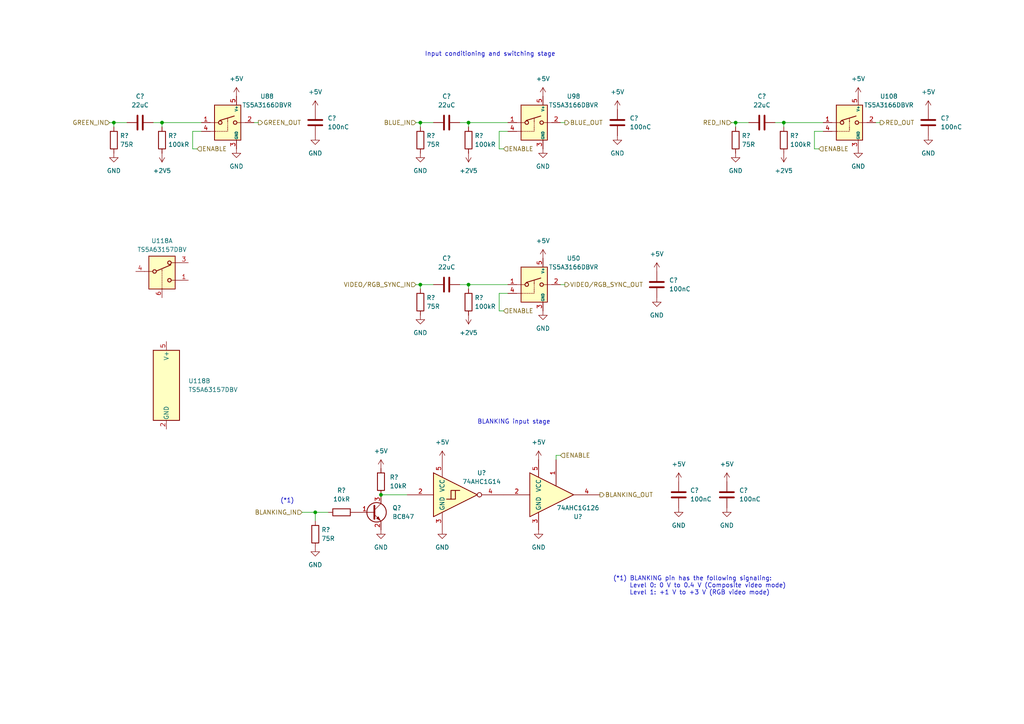
<source format=kicad_sch>
(kicad_sch (version 20230121) (generator eeschema)
  (paper "A4")
  (junction (at 227.33 35.56))
  (junction (at 46.99 35.56))
  (junction (at 33.02 35.56))
  (junction (at 135.89 35.56))
  (junction (at 135.89 82.55))
  (junction (at 91.44 148.59))
  (junction (at 121.92 82.55))
  (junction (at 121.92 35.56))
  (junction (at 213.36 35.56))
  (junction (at 110.49 143.51))
  (wire (pts (xy 135.89 35.56) (xy 147.32 35.56)))
  (wire (pts (xy 163.83 82.55) (xy 162.56 82.55)))
  (wire (pts (xy 120.65 82.55) (xy 121.92 82.55)))
  (wire (pts (xy 213.36 35.56) (xy 213.36 36.83)))
  (wire (pts (xy 55.88 38.1) (xy 58.42 38.1)))
  (wire (pts (xy 227.33 35.56) (xy 227.33 36.83)))
  (wire (pts (xy 135.89 82.55) (xy 135.89 83.82)))
  (wire (pts (xy 31.75 35.56) (xy 33.02 35.56)))
  (wire (pts (xy 110.49 143.51) (xy 118.11 143.51)))
  (wire (pts (xy 236.22 43.18) (xy 236.22 38.1)))
  (wire (pts (xy 133.35 82.55) (xy 135.89 82.55)))
  (wire (pts (xy 121.92 82.55) (xy 125.73 82.55)))
  (wire (pts (xy 95.25 148.59) (xy 91.44 148.59)))
  (wire (pts (xy 162.56 132.08) (xy 161.29 132.08)))
  (wire (pts (xy 121.92 35.56) (xy 125.73 35.56)))
  (wire (pts (xy 224.79 35.56) (xy 227.33 35.56)))
  (wire (pts (xy 46.99 35.56) (xy 46.99 36.83)))
  (wire (pts (xy 146.05 43.18) (xy 144.78 43.18)))
  (wire (pts (xy 74.93 35.56) (xy 73.66 35.56)))
  (wire (pts (xy 227.33 35.56) (xy 238.76 35.56)))
  (wire (pts (xy 121.92 35.56) (xy 121.92 36.83)))
  (wire (pts (xy 121.92 82.55) (xy 121.92 83.82)))
  (wire (pts (xy 212.09 35.56) (xy 213.36 35.56)))
  (wire (pts (xy 133.35 35.56) (xy 135.89 35.56)))
  (wire (pts (xy 255.27 35.56) (xy 254 35.56)))
  (wire (pts (xy 146.05 90.17) (xy 144.78 90.17)))
  (wire (pts (xy 135.89 35.56) (xy 135.89 36.83)))
  (wire (pts (xy 213.36 35.56) (xy 217.17 35.56)))
  (wire (pts (xy 236.22 38.1) (xy 238.76 38.1)))
  (wire (pts (xy 144.78 90.17) (xy 144.78 85.09)))
  (wire (pts (xy 44.45 35.56) (xy 46.99 35.56)))
  (wire (pts (xy 163.83 35.56) (xy 162.56 35.56)))
  (wire (pts (xy 33.02 35.56) (xy 36.83 35.56)))
  (wire (pts (xy 161.29 132.08) (xy 161.29 133.35)))
  (wire (pts (xy 87.63 148.59) (xy 91.44 148.59)))
  (wire (pts (xy 135.89 82.55) (xy 147.32 82.55)))
  (wire (pts (xy 120.65 35.56) (xy 121.92 35.56)))
  (wire (pts (xy 144.78 85.09) (xy 147.32 85.09)))
  (wire (pts (xy 237.49 43.18) (xy 236.22 43.18)))
  (wire (pts (xy 57.15 43.18) (xy 55.88 43.18)))
  (wire (pts (xy 46.99 35.56) (xy 58.42 35.56)))
  (wire (pts (xy 33.02 35.56) (xy 33.02 36.83)))
  (wire (pts (xy 144.78 38.1) (xy 147.32 38.1)))
  (wire (pts (xy 91.44 148.59) (xy 91.44 151.13)))
  (wire (pts (xy 144.78 43.18) (xy 144.78 38.1)))
  (wire (pts (xy 55.88 43.18) (xy 55.88 38.1)))
  (text "Input conditioning and switching stage" (at 123.19 16.51 0) (effects (font (size 1.27 1.27)) (justify left bottom)))
  (text "(*1)" (at 81.28 146.05 0) (effects (font (size 1.27 1.27)) (justify left bottom)))
  (text "(*1) BLANKING pin has the following signaling:\n	Level 0: 0 V to 0.4 V (Composite video mode)\n	Level 1: +1 V to +3 V (RGB video mode)" (at 177.8 172.72 0) (effects (font (size 1.27 1.27)) (justify left bottom)))
  (text "BLANKING input stage" (at 138.43 123.19 0) (effects (font (size 1.27 1.27)) (justify left bottom)))
  (hierarchical_label "RED_OUT" (shape output) (at 255.27 35.56 0))
  (hierarchical_label "RED_IN" (shape input) (at 212.09 35.56 180))
  (hierarchical_label "GREEN_OUT" (shape output) (at 74.93 35.56 0))
  (hierarchical_label "BLANKING_OUT" (shape output) (at 173.99 143.51 0))
  (hierarchical_label "ENABLE" (shape input) (at 146.05 43.18 0))
  (hierarchical_label "ENABLE" (shape input) (at 57.15 43.18 0))
  (hierarchical_label "ENABLE" (shape input) (at 162.56 132.08 0))
  (hierarchical_label "BLUE_OUT" (shape output) (at 163.83 35.56 0))
  (hierarchical_label "ENABLE" (shape input) (at 146.05 90.17 0))
  (hierarchical_label "BLANKING_IN" (shape input) (at 87.63 148.59 180))
  (hierarchical_label "ENABLE" (shape input) (at 237.49 43.18 0))
  (hierarchical_label "VIDEO{slash}RGB_SYNC_OUT" (shape output) (at 163.83 82.55 0))
  (hierarchical_label "GREEN_IN" (shape input) (at 31.75 35.56 180))
  (hierarchical_label "VIDEO{slash}RGB_SYNC_IN" (shape input) (at 120.65 82.55 180))
  (hierarchical_label "BLUE_IN" (shape input) (at 120.65 35.56 180))
  (symbol (lib_id "power:+5V") (at 110.49 135.89 0) (unit 1)
    (property "Reference" "#PWR?" (effects hide))
    (property "Value" "+5V" (at 110.49 130.81 0))
    (instances (project "SCART_switcher" (path "" (reference "#PWR?") (unit 1)) (path "" (reference "#PWR?") (unit 1)) (path "" (reference "#PWR?") (unit 1)) (path "" (reference "#PWR?") (unit 1)) (path "" (reference "#PWR?") (unit 1)) (path "" (reference "#PWR?") (unit 1)) (path "" (reference "#PWR?") (unit 1)) (path "" (reference "#PWR?") (unit 1)) (path "" (reference "#PWR?") (unit 1)) (path "" (reference "#PWR?") (unit 1)) (path "" (reference "#PWR0313") (unit 1)) (path "" (reference "#PWR0346") (unit 1)) (path "" (reference "#PWR0382") (unit 1)) (path "" (reference "#PWR0418") (unit 1)) (path "" (reference "#PWR0454") (unit 1)) (path "" (reference "#PWR0490") (unit 1)) (path "" (reference "#PWR0526") (unit 1)) (path "" (reference "#PWR0562") (unit 1)) (path "" (reference "#PWR0598") (unit 1)) (path "" (reference "#PWR0634") (unit 1))))
  )
  (symbol (lib_id "power:GND") (at 190.5 86.36 0) (unit 1)
    (property "Reference" "#PWR?" (effects hide))
    (property "Value" "GND" (at 190.5 91.44 0))
    (instances (project "SCART_switcher" (path "" (reference "#PWR?") (unit 1)) (path "" (reference "#PWR?") (unit 1)) (path "" (reference "#PWR?") (unit 1)) (path "" (reference "#PWR?") (unit 1)) (path "" (reference "#PWR?") (unit 1)) (path "" (reference "#PWR?") (unit 1)) (path "" (reference "#PWR?") (unit 1)) (path "" (reference "#PWR?") (unit 1)) (path "" (reference "#PWR?") (unit 1)) (path "" (reference "#PWR?") (unit 1)) (path "" (reference "#PWR0811") (unit 1)) (path "" (reference "#PWR0813") (unit 1)) (path "" (reference "#PWR0815") (unit 1)) (path "" (reference "#PWR0817") (unit 1)) (path "" (reference "#PWR0819") (unit 1)) (path "" (reference "#PWR0821") (unit 1)) (path "" (reference "#PWR0823") (unit 1)) (path "" (reference "#PWR0825") (unit 1)) (path "" (reference "#PWR0827") (unit 1)) (path "" (reference "#PWR0829") (unit 1))))
  )
  (symbol (lib_id "Device:R") (at 227.33 40.64 0) (unit 1)
    (property "Reference" "R?" (at 229.108 39.37 0) (effects (justify left)))
    (property "Value" "100kR" (at 229.108 41.91 0) (effects (justify left)))
    (property "Footprint" "Resistor_SMD:R_0805_2012Metric_Pad1.20x1.40mm_HandSolder" (effects hide))
    (instances (project "SCART_switcher" (path "" (reference "R?") (unit 1)) (path "" (reference "R?") (unit 1)) (path "" (reference "R?") (unit 1)) (path "" (reference "R?") (unit 1)) (path "" (reference "R?") (unit 1)) (path "" (reference "R?") (unit 1)) (path "" (reference "R?") (unit 1)) (path "" (reference "R?") (unit 1)) (path "" (reference "R?") (unit 1)) (path "" (reference "R?") (unit 1)) (path "" (reference "R?") (unit 1)) (path "" (reference "R?") (unit 1)) (path "" (reference "R?") (unit 1)) (path "" (reference "R?") (unit 1)) (path "" (reference "R?") (unit 1)) (path "" (reference "R?") (unit 1)) (path "" (reference "R?") (unit 1)) (path "" (reference "R?") (unit 1)) (path "" (reference "R?") (unit 1)) (path "" (reference "R?") (unit 1)) (path "" (reference "R97") (unit 1)) (path "" (reference "R123") (unit 1)) (path "" (reference "R147") (unit 1)) (path "" (reference "R171") (unit 1)) (path "" (reference "R195") (unit 1)) (path "" (reference "R219") (unit 1)) (path "" (reference "R243") (unit 1)) (path "" (reference "R267") (unit 1)) (path "" (reference "R291") (unit 1)) (path "" (reference "R315") (unit 1))))
  )
  (symbol (lib_id "power:GND") (at 248.92 43.18 0) (unit 1)
    (property "Reference" "#PWR?" (effects hide))
    (property "Value" "GND" (at 248.92 48.26 0))
    (instances (project "SCART_switcher" (path "" (reference "#PWR?") (unit 1)) (path "" (reference "#PWR?") (unit 1)) (path "" (reference "#PWR?") (unit 1)) (path "" (reference "#PWR?") (unit 1)) (path "" (reference "#PWR?") (unit 1)) (path "" (reference "#PWR?") (unit 1)) (path "" (reference "#PWR?") (unit 1)) (path "" (reference "#PWR?") (unit 1)) (path "" (reference "#PWR?") (unit 1)) (path "" (reference "#PWR?") (unit 1)) (path "" (reference "#PWR0646") (unit 1)) (path "" (reference "#PWR0647") (unit 1)) (path "" (reference "#PWR0672") (unit 1)) (path "" (reference "#PWR0673") (unit 1)) (path "" (reference "#PWR0674") (unit 1)) (path "" (reference "#PWR0675") (unit 1)) (path "" (reference "#PWR0676") (unit 1)) (path "" (reference "#PWR0677") (unit 1)) (path "" (reference "#PWR0678") (unit 1)) (path "" (reference "#PWR0679") (unit 1))))
  )
  (symbol (lib_id "Analog_Switch:TS5A3166DBVR") (at 246.38 35.56 0) (unit 1)
    (property "Reference" "U108" (at 257.81 27.94 0))
    (property "Value" "TS5A3166DBVR" (at 257.81 30.48 0))
    (property "Footprint" "Package_TO_SOT_SMD:SOT-23-5" (effects hide))
    (property "Datasheet" " http://www.ti.com/lit/ds/symlink/ts5a3166.pdf" (effects hide))
    (instances (project "SCART_switcher" (path "" (reference "U108") (unit 1)) (path "" (reference "U109") (unit 1)) (path "" (reference "U110") (unit 1)) (path "" (reference "U111") (unit 1)) (path "" (reference "U112") (unit 1)) (path "" (reference "U113") (unit 1)) (path "" (reference "U114") (unit 1)) (path "" (reference "U115") (unit 1)) (path "" (reference "U116") (unit 1)) (path "" (reference "U117") (unit 1))))
  )
  (symbol (lib_id "power:GND") (at 210.82 147.32 0) (unit 1)
    (property "Reference" "#PWR?" (effects hide))
    (property "Value" "GND" (at 210.82 152.4 0))
    (instances (project "SCART_switcher" (path "" (reference "#PWR?") (unit 1)) (path "" (reference "#PWR?") (unit 1)) (path "" (reference "#PWR?") (unit 1)) (path "" (reference "#PWR?") (unit 1)) (path "" (reference "#PWR?") (unit 1)) (path "" (reference "#PWR?") (unit 1)) (path "" (reference "#PWR?") (unit 1)) (path "" (reference "#PWR?") (unit 1)) (path "" (reference "#PWR?") (unit 1)) (path "" (reference "#PWR?") (unit 1)) (path "" (reference "#PWR0330") (unit 1)) (path "" (reference "#PWR0363") (unit 1)) (path "" (reference "#PWR0399") (unit 1)) (path "" (reference "#PWR0435") (unit 1)) (path "" (reference "#PWR0471") (unit 1)) (path "" (reference "#PWR0507") (unit 1)) (path "" (reference "#PWR0543") (unit 1)) (path "" (reference "#PWR0579") (unit 1)) (path "" (reference "#PWR0615") (unit 1)) (path "" (reference "#PWR0651") (unit 1))))
  )
  (symbol (lib_id "power:+2V5") (at 135.89 44.45 180) (unit 1)
    (property "Reference" "#PWR0335" (effects hide))
    (property "Value" "+2V5" (at 135.89 49.53 0))
    (instances (project "SCART_switcher" (path "" (reference "#PWR0335") (unit 1)) (path "" (reference "#PWR0466") (unit 1)) (path "" (reference "#PWR0467") (unit 1)) (path "" (reference "#PWR0500") (unit 1)) (path "" (reference "#PWR0501") (unit 1)) (path "" (reference "#PWR0502") (unit 1)) (path "" (reference "#PWR0503") (unit 1)) (path "" (reference "#PWR0536") (unit 1)) (path "" (reference "#PWR0537") (unit 1)) (path "" (reference "#PWR0538") (unit 1)) (path "" (reference "#PWR0539") (unit 1))))
  )
  (symbol (lib_id "power:GND") (at 110.49 153.67 0) (unit 1)
    (property "Reference" "#PWR?" (effects hide))
    (property "Value" "GND" (at 110.49 158.75 0))
    (instances (project "SCART_switcher" (path "" (reference "#PWR?") (unit 1)) (path "" (reference "#PWR?") (unit 1)) (path "" (reference "#PWR?") (unit 1)) (path "" (reference "#PWR?") (unit 1)) (path "" (reference "#PWR?") (unit 1)) (path "" (reference "#PWR?") (unit 1)) (path "" (reference "#PWR?") (unit 1)) (path "" (reference "#PWR?") (unit 1)) (path "" (reference "#PWR?") (unit 1)) (path "" (reference "#PWR?") (unit 1)) (path "" (reference "#PWR0314") (unit 1)) (path "" (reference "#PWR0347") (unit 1)) (path "" (reference "#PWR0383") (unit 1)) (path "" (reference "#PWR0419") (unit 1)) (path "" (reference "#PWR0455") (unit 1)) (path "" (reference "#PWR0491") (unit 1)) (path "" (reference "#PWR0527") (unit 1)) (path "" (reference "#PWR0563") (unit 1)) (path "" (reference "#PWR0599") (unit 1)) (path "" (reference "#PWR0635") (unit 1))))
  )
  (symbol (lib_id "Device:C") (at 190.5 82.55 0) (unit 1)
    (property "Reference" "C?" (at 194.056 81.28 0) (effects (justify left)))
    (property "Value" "100nC" (at 194.056 83.82 0) (effects (justify left)))
    (property "Footprint" "Capacitor_SMD:C_0805_2012Metric_Pad1.18x1.45mm_HandSolder" (effects hide))
    (property "Datasheet" "https://datasheet.lcsc.com/lcsc/1810191215_Samsung-Electro-Mechanics-CL21B104KBCNNNC_C1711.pdf" (effects hide))
    (property "MPN" "CL21B104KBCNNNC" (effects hide))
    (instances (project "SCART_switcher" (path "" (reference "C?") (unit 1)) (path "" (reference "C?") (unit 1)) (path "" (reference "C?") (unit 1)) (path "" (reference "C?") (unit 1)) (path "" (reference "C?") (unit 1)) (path "" (reference "C?") (unit 1)) (path "" (reference "C?") (unit 1)) (path "" (reference "C?") (unit 1)) (path "" (reference "C?") (unit 1)) (path "" (reference "C?") (unit 1)) (path "" (reference "C188") (unit 1)) (path "" (reference "C189") (unit 1)) (path "" (reference "C190") (unit 1)) (path "" (reference "C191") (unit 1)) (path "" (reference "C192") (unit 1)) (path "" (reference "C193") (unit 1)) (path "" (reference "C194") (unit 1)) (path "" (reference "C195") (unit 1)) (path "" (reference "C196") (unit 1)) (path "" (reference "C197") (unit 1))))
  )
  (symbol (lib_id "power:+5V") (at 196.85 139.7 0) (unit 1)
    (property "Reference" "#PWR?" (effects hide))
    (property "Value" "+5V" (at 196.85 134.62 0))
    (instances (project "SCART_switcher" (path "" (reference "#PWR?") (unit 1)) (path "" (reference "#PWR?") (unit 1)) (path "" (reference "#PWR?") (unit 1)) (path "" (reference "#PWR?") (unit 1)) (path "" (reference "#PWR?") (unit 1)) (path "" (reference "#PWR?") (unit 1)) (path "" (reference "#PWR?") (unit 1)) (path "" (reference "#PWR?") (unit 1)) (path "" (reference "#PWR?") (unit 1)) (path "" (reference "#PWR?") (unit 1)) (path "" (reference "#PWR0327") (unit 1)) (path "" (reference "#PWR0360") (unit 1)) (path "" (reference "#PWR0396") (unit 1)) (path "" (reference "#PWR0432") (unit 1)) (path "" (reference "#PWR0468") (unit 1)) (path "" (reference "#PWR0504") (unit 1)) (path "" (reference "#PWR0540") (unit 1)) (path "" (reference "#PWR0576") (unit 1)) (path "" (reference "#PWR0612") (unit 1)) (path "" (reference "#PWR0648") (unit 1))))
  )
  (symbol (lib_id "Device:C") (at 40.64 35.56 90) (unit 1)
    (property "Reference" "C?" (at 40.64 27.94 90))
    (property "Value" "22uC" (at 40.64 30.48 90))
    (instances (project "SCART_switcher" (path "" (reference "C?") (unit 1)) (path "" (reference "C?") (unit 1)) (path "" (reference "C?") (unit 1)) (path "" (reference "C?") (unit 1)) (path "" (reference "C?") (unit 1)) (path "" (reference "C?") (unit 1)) (path "" (reference "C?") (unit 1)) (path "" (reference "C?") (unit 1)) (path "" (reference "C?") (unit 1)) (path "" (reference "C?") (unit 1)) (path "" (reference "C?") (unit 1)) (path "" (reference "C?") (unit 1)) (path "" (reference "C?") (unit 1)) (path "" (reference "C?") (unit 1)) (path "" (reference "C?") (unit 1)) (path "" (reference "C?") (unit 1)) (path "" (reference "C?") (unit 1)) (path "" (reference "C?") (unit 1)) (path "" (reference "C?") (unit 1)) (path "" (reference "C?") (unit 1)) (path "" (reference "C42") (unit 1)) (path "" (reference "C60") (unit 1)) (path "" (reference "C71") (unit 1)) (path "" (reference "C82") (unit 1)) (path "" (reference "C93") (unit 1)) (path "" (reference "C104") (unit 1)) (path "" (reference "C115") (unit 1)) (path "" (reference "C126") (unit 1)) (path "" (reference "C137") (unit 1)) (path "" (reference "C148") (unit 1))))
  )
  (symbol (lib_id "Analog_Switch:TS5A3166DBVR") (at 154.94 82.55 0) (unit 1)
    (property "Reference" "U50" (at 166.37 74.93 0))
    (property "Value" "TS5A3166DBVR" (at 166.37 77.47 0))
    (property "Footprint" "Package_TO_SOT_SMD:SOT-23-5" (effects hide))
    (property "Datasheet" " http://www.ti.com/lit/ds/symlink/ts5a3166.pdf" (effects hide))
    (instances (project "SCART_switcher" (path "" (reference "U50") (unit 1)) (path "" (reference "U54") (unit 1)) (path "" (reference "U58") (unit 1)) (path "" (reference "U62") (unit 1)) (path "" (reference "U66") (unit 1)) (path "" (reference "U70") (unit 1)) (path "" (reference "U74") (unit 1)) (path "" (reference "U78") (unit 1)) (path "" (reference "U82") (unit 1)) (path "" (reference "U86") (unit 1))))
  )
  (symbol (lib_id "power:GND") (at 157.48 90.17 0) (unit 1)
    (property "Reference" "#PWR?" (effects hide))
    (property "Value" "GND" (at 157.48 95.25 0))
    (instances (project "SCART_switcher" (path "" (reference "#PWR?") (unit 1)) (path "" (reference "#PWR?") (unit 1)) (path "" (reference "#PWR?") (unit 1)) (path "" (reference "#PWR?") (unit 1)) (path "" (reference "#PWR?") (unit 1)) (path "" (reference "#PWR?") (unit 1)) (path "" (reference "#PWR?") (unit 1)) (path "" (reference "#PWR?") (unit 1)) (path "" (reference "#PWR?") (unit 1)) (path "" (reference "#PWR?") (unit 1)) (path "" (reference "#PWR0700") (unit 1)) (path "" (reference "#PWR0701") (unit 1)) (path "" (reference "#PWR0702") (unit 1)) (path "" (reference "#PWR0703") (unit 1)) (path "" (reference "#PWR0704") (unit 1)) (path "" (reference "#PWR0705") (unit 1)) (path "" (reference "#PWR0706") (unit 1)) (path "" (reference "#PWR0707") (unit 1)) (path "" (reference "#PWR0708") (unit 1)) (path "" (reference "#PWR0709") (unit 1))))
  )
  (symbol (lib_id "Device:R") (at 110.49 139.7 0) (unit 1)
    (property "Reference" "R?" (at 113.03 138.43 0) (effects (justify left)))
    (property "Value" "10kR" (at 113.03 140.97 0) (effects (justify left)))
    (property "Footprint" "Resistor_SMD:R_0805_2012Metric_Pad1.20x1.40mm_HandSolder" (effects hide))
    (instances (project "SCART_switcher" (path "" (reference "R?") (unit 1)) (path "" (reference "R?") (unit 1)) (path "" (reference "R?") (unit 1)) (path "" (reference "R?") (unit 1)) (path "" (reference "R?") (unit 1)) (path "" (reference "R?") (unit 1)) (path "" (reference "R?") (unit 1)) (path "" (reference "R?") (unit 1)) (path "" (reference "R?") (unit 1)) (path "" (reference "R?") (unit 1)) (path "" (reference "R89") (unit 1)) (path "" (reference "R115") (unit 1)) (path "" (reference "R139") (unit 1)) (path "" (reference "R163") (unit 1)) (path "" (reference "R187") (unit 1)) (path "" (reference "R211") (unit 1)) (path "" (reference "R235") (unit 1)) (path "" (reference "R259") (unit 1)) (path "" (reference "R283") (unit 1)) (path "" (reference "R307") (unit 1))))
  )
  (symbol (lib_id "Device:C") (at 269.24 35.56 0) (unit 1)
    (property "Reference" "C?" (at 272.796 34.29 0) (effects (justify left)))
    (property "Value" "100nC" (at 272.796 36.83 0) (effects (justify left)))
    (property "Footprint" "Capacitor_SMD:C_0805_2012Metric_Pad1.18x1.45mm_HandSolder" (effects hide))
    (property "Datasheet" "https://datasheet.lcsc.com/lcsc/1810191215_Samsung-Electro-Mechanics-CL21B104KBCNNNC_C1711.pdf" (effects hide))
    (property "MPN" "CL21B104KBCNNNC" (effects hide))
    (instances (project "SCART_switcher" (path "" (reference "C?") (unit 1)) (path "" (reference "C?") (unit 1)) (path "" (reference "C?") (unit 1)) (path "" (reference "C?") (unit 1)) (path "" (reference "C?") (unit 1)) (path "" (reference "C?") (unit 1)) (path "" (reference "C?") (unit 1)) (path "" (reference "C?") (unit 1)) (path "" (reference "C?") (unit 1)) (path "" (reference "C?") (unit 1)) (path "" (reference "C178") (unit 1)) (path "" (reference "C179") (unit 1)) (path "" (reference "C180") (unit 1)) (path "" (reference "C181") (unit 1)) (path "" (reference "C182") (unit 1)) (path "" (reference "C183") (unit 1)) (path "" (reference "C184") (unit 1)) (path "" (reference "C185") (unit 1)) (path "" (reference "C186") (unit 1)) (path "" (reference "C187") (unit 1))))
  )
  (symbol (lib_id "Device:C") (at 91.44 35.56 0) (unit 1)
    (property "Reference" "C?" (at 94.996 34.29 0) (effects (justify left)))
    (property "Value" "100nC" (at 94.996 36.83 0) (effects (justify left)))
    (property "Footprint" "Capacitor_SMD:C_0805_2012Metric_Pad1.18x1.45mm_HandSolder" (effects hide))
    (property "Datasheet" "https://datasheet.lcsc.com/lcsc/1810191215_Samsung-Electro-Mechanics-CL21B104KBCNNNC_C1711.pdf" (effects hide))
    (property "MPN" "CL21B104KBCNNNC" (effects hide))
    (instances (project "SCART_switcher" (path "" (reference "C?") (unit 1)) (path "" (reference "C?") (unit 1)) (path "" (reference "C?") (unit 1)) (path "" (reference "C?") (unit 1)) (path "" (reference "C?") (unit 1)) (path "" (reference "C?") (unit 1)) (path "" (reference "C?") (unit 1)) (path "" (reference "C?") (unit 1)) (path "" (reference "C?") (unit 1)) (path "" (reference "C?") (unit 1)) (path "" (reference "C158") (unit 1)) (path "" (reference "C159") (unit 1)) (path "" (reference "C160") (unit 1)) (path "" (reference "C161") (unit 1)) (path "" (reference "C162") (unit 1)) (path "" (reference "C163") (unit 1)) (path "" (reference "C164") (unit 1)) (path "" (reference "C165") (unit 1)) (path "" (reference "C166") (unit 1)) (path "" (reference "C167") (unit 1))))
  )
  (symbol (lib_id "Device:R") (at 33.02 40.64 0) (unit 1)
    (property "Reference" "R?" (at 34.798 39.37 0) (effects (justify left)))
    (property "Value" "75R" (at 34.798 41.91 0) (effects (justify left)))
    (property "Footprint" "Resistor_SMD:R_1210_3225Metric_Pad1.30x2.65mm_HandSolder" (effects hide))
    (instances (project "SCART_switcher" (path "" (reference "R?") (unit 1)) (path "" (reference "R?") (unit 1)) (path "" (reference "R?") (unit 1)) (path "" (reference "R?") (unit 1)) (path "" (reference "R?") (unit 1)) (path "" (reference "R?") (unit 1)) (path "" (reference "R?") (unit 1)) (path "" (reference "R?") (unit 1)) (path "" (reference "R?") (unit 1)) (path "" (reference "R?") (unit 1)) (path "" (reference "R91") (unit 1)) (path "" (reference "R117") (unit 1)) (path "" (reference "R141") (unit 1)) (path "" (reference "R165") (unit 1)) (path "" (reference "R189") (unit 1)) (path "" (reference "R213") (unit 1)) (path "" (reference "R237") (unit 1)) (path "" (reference "R261") (unit 1)) (path "" (reference "R285") (unit 1)) (path "" (reference "R309") (unit 1))))
  )
  (symbol (lib_id "power:GND") (at 121.92 44.45 0) (unit 1)
    (property "Reference" "#PWR?" (effects hide))
    (property "Value" "GND" (at 121.92 49.53 0))
    (instances (project "SCART_switcher" (path "" (reference "#PWR?") (unit 1)) (path "" (reference "#PWR?") (unit 1)) (path "" (reference "#PWR?") (unit 1)) (path "" (reference "#PWR?") (unit 1)) (path "" (reference "#PWR?") (unit 1)) (path "" (reference "#PWR?") (unit 1)) (path "" (reference "#PWR?") (unit 1)) (path "" (reference "#PWR?") (unit 1)) (path "" (reference "#PWR?") (unit 1)) (path "" (reference "#PWR?") (unit 1)) (path "" (reference "#PWR0321") (unit 1)) (path "" (reference "#PWR0354") (unit 1)) (path "" (reference "#PWR0390") (unit 1)) (path "" (reference "#PWR0426") (unit 1)) (path "" (reference "#PWR0462") (unit 1)) (path "" (reference "#PWR0498") (unit 1)) (path "" (reference "#PWR0534") (unit 1)) (path "" (reference "#PWR0570") (unit 1)) (path "" (reference "#PWR0606") (unit 1)) (path "" (reference "#PWR0642") (unit 1))))
  )
  (symbol (lib_id "power:GND") (at 269.24 39.37 0) (unit 1)
    (property "Reference" "#PWR?" (effects hide))
    (property "Value" "GND" (at 269.24 44.45 0))
    (instances (project "SCART_switcher" (path "" (reference "#PWR?") (unit 1)) (path "" (reference "#PWR?") (unit 1)) (path "" (reference "#PWR?") (unit 1)) (path "" (reference "#PWR?") (unit 1)) (path "" (reference "#PWR?") (unit 1)) (path "" (reference "#PWR?") (unit 1)) (path "" (reference "#PWR?") (unit 1)) (path "" (reference "#PWR?") (unit 1)) (path "" (reference "#PWR?") (unit 1)) (path "" (reference "#PWR?") (unit 1)) (path "" (reference "#PWR0791") (unit 1)) (path "" (reference "#PWR0793") (unit 1)) (path "" (reference "#PWR0795") (unit 1)) (path "" (reference "#PWR0797") (unit 1)) (path "" (reference "#PWR0799") (unit 1)) (path "" (reference "#PWR0801") (unit 1)) (path "" (reference "#PWR0803") (unit 1)) (path "" (reference "#PWR0805") (unit 1)) (path "" (reference "#PWR0807") (unit 1)) (path "" (reference "#PWR0809") (unit 1))))
  )
  (symbol (lib_id "Analog_Switch:TS5A63157DBV") (at 48.26 111.76 0) (unit 2)
    (property "Reference" "U118" (at 54.61 110.49 0) (effects (justify left)))
    (property "Value" "TS5A63157DBV" (at 54.61 113.03 0) (effects (justify left)))
    (property "Footprint" "Package_TO_SOT_SMD:SOT-23-6" (effects hide))
    (property "Datasheet" "https://www.ti.com/lit/ds/symlink/ts5a63157.pdf" (effects hide))
    (instances (project "SCART_switcher" (path "" (reference "U118") (unit 2)) (path "" (reference "U119") (unit 2)) (path "" (reference "U120") (unit 2)) (path "" (reference "U121") (unit 2)) (path "" (reference "U122") (unit 2)) (path "" (reference "U123") (unit 2)) (path "" (reference "U124") (unit 2)) (path "" (reference "U125") (unit 2)) (path "" (reference "U126") (unit 2)) (path "" (reference "U127") (unit 2))))
  )
  (symbol (lib_id "Device:R") (at 91.44 154.94 0) (unit 1)
    (property "Reference" "R?" (at 93.218 153.67 0) (effects (justify left)))
    (property "Value" "75R" (at 93.218 156.21 0) (effects (justify left)))
    (property "Footprint" "Resistor_SMD:R_1210_3225Metric_Pad1.30x2.65mm_HandSolder" (effects hide))
    (instances (project "SCART_switcher" (path "" (reference "R?") (unit 1)) (path "" (reference "R?") (unit 1)) (path "" (reference "R?") (unit 1)) (path "" (reference "R?") (unit 1)) (path "" (reference "R?") (unit 1)) (path "" (reference "R?") (unit 1)) (path "" (reference "R?") (unit 1)) (path "" (reference "R?") (unit 1)) (path "" (reference "R?") (unit 1)) (path "" (reference "R?") (unit 1)) (path "" (reference "R87") (unit 1)) (path "" (reference "R113") (unit 1)) (path "" (reference "R137") (unit 1)) (path "" (reference "R161") (unit 1)) (path "" (reference "R185") (unit 1)) (path "" (reference "R209") (unit 1)) (path "" (reference "R233") (unit 1)) (path "" (reference "R257") (unit 1)) (path "" (reference "R281") (unit 1)) (path "" (reference "R305") (unit 1))))
  )
  (symbol (lib_id "Analog_Switch:TS5A3166DBVR") (at 154.94 35.56 0) (unit 1)
    (property "Reference" "U98" (at 166.37 27.94 0))
    (property "Value" "TS5A3166DBVR" (at 166.37 30.48 0))
    (property "Footprint" "Package_TO_SOT_SMD:SOT-23-5" (effects hide))
    (property "Datasheet" " http://www.ti.com/lit/ds/symlink/ts5a3166.pdf" (effects hide))
    (instances (project "SCART_switcher" (path "" (reference "U98") (unit 1)) (path "" (reference "U99") (unit 1)) (path "" (reference "U100") (unit 1)) (path "" (reference "U101") (unit 1)) (path "" (reference "U102") (unit 1)) (path "" (reference "U103") (unit 1)) (path "" (reference "U104") (unit 1)) (path "" (reference "U105") (unit 1)) (path "" (reference "U106") (unit 1)) (path "" (reference "U107") (unit 1))))
  )
  (symbol (lib_id "power:GND") (at 33.02 44.45 0) (unit 1)
    (property "Reference" "#PWR?" (effects hide))
    (property "Value" "GND" (at 33.02 49.53 0))
    (instances (project "SCART_switcher" (path "" (reference "#PWR?") (unit 1)) (path "" (reference "#PWR?") (unit 1)) (path "" (reference "#PWR?") (unit 1)) (path "" (reference "#PWR?") (unit 1)) (path "" (reference "#PWR?") (unit 1)) (path "" (reference "#PWR?") (unit 1)) (path "" (reference "#PWR?") (unit 1)) (path "" (reference "#PWR?") (unit 1)) (path "" (reference "#PWR?") (unit 1)) (path "" (reference "#PWR?") (unit 1)) (path "" (reference "#PWR0320") (unit 1)) (path "" (reference "#PWR0353") (unit 1)) (path "" (reference "#PWR0389") (unit 1)) (path "" (reference "#PWR0425") (unit 1)) (path "" (reference "#PWR0461") (unit 1)) (path "" (reference "#PWR0497") (unit 1)) (path "" (reference "#PWR0533") (unit 1)) (path "" (reference "#PWR0569") (unit 1)) (path "" (reference "#PWR0605") (unit 1)) (path "" (reference "#PWR0641") (unit 1))))
  )
  (symbol (lib_id "Analog_Switch:TS5A63157DBV") (at 46.99 76.2 0) (unit 1)
    (property "Reference" "U118" (at 46.99 69.85 0))
    (property "Value" "TS5A63157DBV" (at 46.99 72.39 0))
    (property "Footprint" "Package_TO_SOT_SMD:SOT-23-6" (effects hide))
    (property "Datasheet" "https://www.ti.com/lit/ds/symlink/ts5a63157.pdf" (effects hide))
    (instances (project "SCART_switcher" (path "" (reference "U118") (unit 1)) (path "" (reference "U119") (unit 1)) (path "" (reference "U120") (unit 1)) (path "" (reference "U121") (unit 1)) (path "" (reference "U122") (unit 1)) (path "" (reference "U123") (unit 1)) (path "" (reference "U124") (unit 1)) (path "" (reference "U125") (unit 1)) (path "" (reference "U126") (unit 1)) (path "" (reference "U127") (unit 1))))
  )
  (symbol (lib_id "power:+5V") (at 68.58 27.94 0) (unit 1)
    (property "Reference" "#PWR?" (effects hide))
    (property "Value" "+5V" (at 68.58 22.86 0))
    (instances (project "SCART_switcher" (path "" (reference "#PWR?") (unit 1)) (path "" (reference "#PWR?") (unit 1)) (path "" (reference "#PWR?") (unit 1)) (path "" (reference "#PWR?") (unit 1)) (path "" (reference "#PWR?") (unit 1)) (path "" (reference "#PWR?") (unit 1)) (path "" (reference "#PWR?") (unit 1)) (path "" (reference "#PWR?") (unit 1)) (path "" (reference "#PWR?") (unit 1)) (path "" (reference "#PWR?") (unit 1)) (path "" (reference "#PWR0710") (unit 1)) (path "" (reference "#PWR0711") (unit 1)) (path "" (reference "#PWR0712") (unit 1)) (path "" (reference "#PWR0713") (unit 1)) (path "" (reference "#PWR0714") (unit 1)) (path "" (reference "#PWR0715") (unit 1)) (path "" (reference "#PWR0716") (unit 1)) (path "" (reference "#PWR0717") (unit 1)) (path "" (reference "#PWR0718") (unit 1)) (path "" (reference "#PWR0719") (unit 1))))
  )
  (symbol (lib_id "power:+2V5") (at 227.33 44.45 180) (unit 1)
    (property "Reference" "#PWR0335" (effects hide))
    (property "Value" "+2V5" (at 227.33 49.53 0))
    (instances (project "SCART_switcher" (path "" (reference "#PWR0335") (unit 1)) (path "" (reference "#PWR0572") (unit 1)) (path "" (reference "#PWR0573") (unit 1)) (path "" (reference "#PWR0574") (unit 1)) (path "" (reference "#PWR0575") (unit 1)) (path "" (reference "#PWR0608") (unit 1)) (path "" (reference "#PWR0609") (unit 1)) (path "" (reference "#PWR0610") (unit 1)) (path "" (reference "#PWR0611") (unit 1)) (path "" (reference "#PWR0644") (unit 1)) (path "" (reference "#PWR0645") (unit 1))))
  )
  (symbol (lib_id "power:+5V") (at 156.21 133.35 0) (unit 1)
    (property "Reference" "#PWR?" (effects hide))
    (property "Value" "+5V" (at 156.21 128.27 0))
    (instances (project "SCART_switcher" (path "" (reference "#PWR?") (unit 1)) (path "" (reference "#PWR?") (unit 1)) (path "" (reference "#PWR?") (unit 1)) (path "" (reference "#PWR?") (unit 1)) (path "" (reference "#PWR?") (unit 1)) (path "" (reference "#PWR?") (unit 1)) (path "" (reference "#PWR?") (unit 1)) (path "" (reference "#PWR?") (unit 1)) (path "" (reference "#PWR?") (unit 1)) (path "" (reference "#PWR?") (unit 1)) (path "" (reference "#PWR0317") (unit 1)) (path "" (reference "#PWR0350") (unit 1)) (path "" (reference "#PWR0386") (unit 1)) (path "" (reference "#PWR0422") (unit 1)) (path "" (reference "#PWR0458") (unit 1)) (path "" (reference "#PWR0494") (unit 1)) (path "" (reference "#PWR0530") (unit 1)) (path "" (reference "#PWR0566") (unit 1)) (path "" (reference "#PWR0602") (unit 1)) (path "" (reference "#PWR0638") (unit 1))))
  )
  (symbol (lib_id "power:GND") (at 128.27 153.67 0) (unit 1)
    (property "Reference" "#PWR?" (effects hide))
    (property "Value" "GND" (at 128.27 158.75 0))
    (instances (project "SCART_switcher" (path "" (reference "#PWR?") (unit 1)) (path "" (reference "#PWR?") (unit 1)) (path "" (reference "#PWR?") (unit 1)) (path "" (reference "#PWR?") (unit 1)) (path "" (reference "#PWR?") (unit 1)) (path "" (reference "#PWR?") (unit 1)) (path "" (reference "#PWR?") (unit 1)) (path "" (reference "#PWR?") (unit 1)) (path "" (reference "#PWR?") (unit 1)) (path "" (reference "#PWR?") (unit 1)) (path "" (reference "#PWR0316") (unit 1)) (path "" (reference "#PWR0349") (unit 1)) (path "" (reference "#PWR0385") (unit 1)) (path "" (reference "#PWR0421") (unit 1)) (path "" (reference "#PWR0457") (unit 1)) (path "" (reference "#PWR0493") (unit 1)) (path "" (reference "#PWR0529") (unit 1)) (path "" (reference "#PWR0565") (unit 1)) (path "" (reference "#PWR0601") (unit 1)) (path "" (reference "#PWR0637") (unit 1))))
  )
  (symbol (lib_id "Device:R") (at 121.92 40.64 0) (unit 1)
    (property "Reference" "R?" (at 123.698 39.37 0) (effects (justify left)))
    (property "Value" "75R" (at 123.698 41.91 0) (effects (justify left)))
    (property "Footprint" "Resistor_SMD:R_1210_3225Metric_Pad1.30x2.65mm_HandSolder" (effects hide))
    (instances (project "SCART_switcher" (path "" (reference "R?") (unit 1)) (path "" (reference "R?") (unit 1)) (path "" (reference "R?") (unit 1)) (path "" (reference "R?") (unit 1)) (path "" (reference "R?") (unit 1)) (path "" (reference "R?") (unit 1)) (path "" (reference "R?") (unit 1)) (path "" (reference "R?") (unit 1)) (path "" (reference "R?") (unit 1)) (path "" (reference "R?") (unit 1)) (path "" (reference "R92") (unit 1)) (path "" (reference "R118") (unit 1)) (path "" (reference "R142") (unit 1)) (path "" (reference "R166") (unit 1)) (path "" (reference "R190") (unit 1)) (path "" (reference "R214") (unit 1)) (path "" (reference "R238") (unit 1)) (path "" (reference "R262") (unit 1)) (path "" (reference "R286") (unit 1)) (path "" (reference "R310") (unit 1))))
  )
  (symbol (lib_id "Device:R") (at 135.89 87.63 0) (unit 1)
    (property "Reference" "R?" (at 137.668 86.36 0) (effects (justify left)))
    (property "Value" "100kR" (at 137.668 88.9 0) (effects (justify left)))
    (property "Footprint" "Resistor_SMD:R_0805_2012Metric_Pad1.20x1.40mm_HandSolder" (effects hide))
    (instances (project "SCART_switcher" (path "" (reference "R?") (unit 1)) (path "" (reference "R?") (unit 1)) (path "" (reference "R?") (unit 1)) (path "" (reference "R?") (unit 1)) (path "" (reference "R?") (unit 1)) (path "" (reference "R?") (unit 1)) (path "" (reference "R?") (unit 1)) (path "" (reference "R?") (unit 1)) (path "" (reference "R?") (unit 1)) (path "" (reference "R?") (unit 1)) (path "" (reference "R?") (unit 1)) (path "" (reference "R?") (unit 1)) (path "" (reference "R?") (unit 1)) (path "" (reference "R?") (unit 1)) (path "" (reference "R?") (unit 1)) (path "" (reference "R?") (unit 1)) (path "" (reference "R?") (unit 1)) (path "" (reference "R?") (unit 1)) (path "" (reference "R?") (unit 1)) (path "" (reference "R?") (unit 1)) (path "" (reference "R94") (unit 1)) (path "" (reference "R120") (unit 1)) (path "" (reference "R144") (unit 1)) (path "" (reference "R168") (unit 1)) (path "" (reference "R192") (unit 1)) (path "" (reference "R216") (unit 1)) (path "" (reference "R240") (unit 1)) (path "" (reference "R264") (unit 1)) (path "" (reference "R288") (unit 1)) (path "" (reference "R312") (unit 1))))
  )
  (symbol (lib_id "power:+5V") (at 157.48 74.93 0) (unit 1)
    (property "Reference" "#PWR?" (effects hide))
    (property "Value" "+5V" (at 157.48 69.85 0))
    (instances (project "SCART_switcher" (path "" (reference "#PWR?") (unit 1)) (path "" (reference "#PWR?") (unit 1)) (path "" (reference "#PWR?") (unit 1)) (path "" (reference "#PWR?") (unit 1)) (path "" (reference "#PWR?") (unit 1)) (path "" (reference "#PWR?") (unit 1)) (path "" (reference "#PWR?") (unit 1)) (path "" (reference "#PWR?") (unit 1)) (path "" (reference "#PWR?") (unit 1)) (path "" (reference "#PWR?") (unit 1)) (path "" (reference "#PWR0730") (unit 1)) (path "" (reference "#PWR0731") (unit 1)) (path "" (reference "#PWR0732") (unit 1)) (path "" (reference "#PWR0733") (unit 1)) (path "" (reference "#PWR0734") (unit 1)) (path "" (reference "#PWR0735") (unit 1)) (path "" (reference "#PWR0736") (unit 1)) (path "" (reference "#PWR0737") (unit 1)) (path "" (reference "#PWR0738") (unit 1)) (path "" (reference "#PWR0739") (unit 1))))
  )
  (symbol (lib_id "Device:C") (at 179.07 35.56 0) (unit 1)
    (property "Reference" "C?" (at 182.626 34.29 0) (effects (justify left)))
    (property "Value" "100nC" (at 182.626 36.83 0) (effects (justify left)))
    (property "Footprint" "Capacitor_SMD:C_0805_2012Metric_Pad1.18x1.45mm_HandSolder" (effects hide))
    (property "Datasheet" "https://datasheet.lcsc.com/lcsc/1810191215_Samsung-Electro-Mechanics-CL21B104KBCNNNC_C1711.pdf" (effects hide))
    (property "MPN" "CL21B104KBCNNNC" (effects hide))
    (instances (project "SCART_switcher" (path "" (reference "C?") (unit 1)) (path "" (reference "C?") (unit 1)) (path "" (reference "C?") (unit 1)) (path "" (reference "C?") (unit 1)) (path "" (reference "C?") (unit 1)) (path "" (reference "C?") (unit 1)) (path "" (reference "C?") (unit 1)) (path "" (reference "C?") (unit 1)) (path "" (reference "C?") (unit 1)) (path "" (reference "C?") (unit 1)) (path "" (reference "C168") (unit 1)) (path "" (reference "C169") (unit 1)) (path "" (reference "C170") (unit 1)) (path "" (reference "C171") (unit 1)) (path "" (reference "C172") (unit 1)) (path "" (reference "C173") (unit 1)) (path "" (reference "C174") (unit 1)) (path "" (reference "C175") (unit 1)) (path "" (reference "C176") (unit 1)) (path "" (reference "C177") (unit 1))))
  )
  (symbol (lib_id "power:+5V") (at 210.82 139.7 0) (unit 1)
    (property "Reference" "#PWR?" (effects hide))
    (property "Value" "+5V" (at 210.82 134.62 0))
    (instances (project "SCART_switcher" (path "" (reference "#PWR?") (unit 1)) (path "" (reference "#PWR?") (unit 1)) (path "" (reference "#PWR?") (unit 1)) (path "" (reference "#PWR?") (unit 1)) (path "" (reference "#PWR?") (unit 1)) (path "" (reference "#PWR?") (unit 1)) (path "" (reference "#PWR?") (unit 1)) (path "" (reference "#PWR?") (unit 1)) (path "" (reference "#PWR?") (unit 1)) (path "" (reference "#PWR?") (unit 1)) (path "" (reference "#PWR0329") (unit 1)) (path "" (reference "#PWR0362") (unit 1)) (path "" (reference "#PWR0398") (unit 1)) (path "" (reference "#PWR0434") (unit 1)) (path "" (reference "#PWR0470") (unit 1)) (path "" (reference "#PWR0506") (unit 1)) (path "" (reference "#PWR0542") (unit 1)) (path "" (reference "#PWR0578") (unit 1)) (path "" (reference "#PWR0614") (unit 1)) (path "" (reference "#PWR0650") (unit 1))))
  )
  (symbol (lib_id "Device:C") (at 196.85 143.51 0) (unit 1)
    (property "Reference" "C?" (at 200.152 142.24 0) (effects (justify left)))
    (property "Value" "100nC" (at 200.152 144.78 0) (effects (justify left)))
    (property "Footprint" "Capacitor_SMD:C_0805_2012Metric_Pad1.18x1.45mm_HandSolder" (effects hide))
    (property "Datasheet" "https://datasheet.lcsc.com/lcsc/1810191215_Samsung-Electro-Mechanics-CL21B104KBCNNNC_C1711.pdf" (effects hide))
    (property "MPN" "CL21B104KBCNNNC" (effects hide))
    (instances (project "SCART_switcher" (path "" (reference "C?") (unit 1)) (path "" (reference "C?") (unit 1)) (path "" (reference "C?") (unit 1)) (path "" (reference "C?") (unit 1)) (path "" (reference "C?") (unit 1)) (path "" (reference "C?") (unit 1)) (path "" (reference "C?") (unit 1)) (path "" (reference "C?") (unit 1)) (path "" (reference "C?") (unit 1)) (path "" (reference "C?") (unit 1)) (path "" (reference "C?") (unit 1)) (path "" (reference "C45") (unit 1)) (path "" (reference "C63") (unit 1)) (path "" (reference "C74") (unit 1)) (path "" (reference "C85") (unit 1)) (path "" (reference "C96") (unit 1)) (path "" (reference "C107") (unit 1)) (path "" (reference "C118") (unit 1)) (path "" (reference "C129") (unit 1)) (path "" (reference "C140") (unit 1)) (path "" (reference "C151") (unit 1))))
  )
  (symbol (lib_id "power:+5V") (at 179.07 31.75 0) (unit 1)
    (property "Reference" "#PWR?" (effects hide))
    (property "Value" "+5V" (at 179.07 26.67 0))
    (instances (project "SCART_switcher" (path "" (reference "#PWR?") (unit 1)) (path "" (reference "#PWR?") (unit 1)) (path "" (reference "#PWR?") (unit 1)) (path "" (reference "#PWR?") (unit 1)) (path "" (reference "#PWR?") (unit 1)) (path "" (reference "#PWR?") (unit 1)) (path "" (reference "#PWR?") (unit 1)) (path "" (reference "#PWR?") (unit 1)) (path "" (reference "#PWR?") (unit 1)) (path "" (reference "#PWR?") (unit 1)) (path "" (reference "#PWR0770") (unit 1)) (path "" (reference "#PWR0772") (unit 1)) (path "" (reference "#PWR0774") (unit 1)) (path "" (reference "#PWR0776") (unit 1)) (path "" (reference "#PWR0778") (unit 1)) (path "" (reference "#PWR0780") (unit 1)) (path "" (reference "#PWR0782") (unit 1)) (path "" (reference "#PWR0784") (unit 1)) (path "" (reference "#PWR0786") (unit 1)) (path "" (reference "#PWR0788") (unit 1))))
  )
  (symbol (lib_id "power:+5V") (at 269.24 31.75 0) (unit 1)
    (property "Reference" "#PWR?" (effects hide))
    (property "Value" "+5V" (at 269.24 26.67 0))
    (instances (project "SCART_switcher" (path "" (reference "#PWR?") (unit 1)) (path "" (reference "#PWR?") (unit 1)) (path "" (reference "#PWR?") (unit 1)) (path "" (reference "#PWR?") (unit 1)) (path "" (reference "#PWR?") (unit 1)) (path "" (reference "#PWR?") (unit 1)) (path "" (reference "#PWR?") (unit 1)) (path "" (reference "#PWR?") (unit 1)) (path "" (reference "#PWR?") (unit 1)) (path "" (reference "#PWR?") (unit 1)) (path "" (reference "#PWR0790") (unit 1)) (path "" (reference "#PWR0792") (unit 1)) (path "" (reference "#PWR0794") (unit 1)) (path "" (reference "#PWR0796") (unit 1)) (path "" (reference "#PWR0798") (unit 1)) (path "" (reference "#PWR0800") (unit 1)) (path "" (reference "#PWR0802") (unit 1)) (path "" (reference "#PWR0804") (unit 1)) (path "" (reference "#PWR0806") (unit 1)) (path "" (reference "#PWR0808") (unit 1))))
  )
  (symbol (lib_id "Transistor_BJT:BC847") (at 107.95 148.59 0) (unit 1)
    (property "Reference" "Q?" (at 113.792 147.32 0) (effects (justify left)))
    (property "Value" "BC847" (at 113.792 149.86 0) (effects (justify left)))
    (property "Footprint" "Package_TO_SOT_SMD:SOT-23" (effects hide))
    (property "Datasheet" "https://datasheet.lcsc.com/lcsc/2304140030_Nexperia-BC847B-215_C57668.pdf" (effects hide))
    (property "MFN" "BC847B,215" (effects hide))
    (instances (project "SCART_switcher" (path "" (reference "Q?") (unit 1)) (path "" (reference "Q?") (unit 1)) (path "" (reference "Q?") (unit 1)) (path "" (reference "Q?") (unit 1)) (path "" (reference "Q?") (unit 1)) (path "" (reference "Q?") (unit 1)) (path "" (reference "Q?") (unit 1)) (path "" (reference "Q?") (unit 1)) (path "" (reference "Q?") (unit 1)) (path "" (reference "Q?") (unit 1)) (path "" (reference "Q27") (unit 1)) (path "" (reference "Q29") (unit 1)) (path "" (reference "Q34") (unit 1)) (path "" (reference "Q39") (unit 1)) (path "" (reference "Q44") (unit 1)) (path "" (reference "Q49") (unit 1)) (path "" (reference "Q54") (unit 1)) (path "" (reference "Q59") (unit 1)) (path "" (reference "Q64") (unit 1)) (path "" (reference "Q69") (unit 1))))
  )
  (symbol (lib_id "Device:R") (at 46.99 40.64 0) (unit 1)
    (property "Reference" "R?" (at 48.768 39.37 0) (effects (justify left)))
    (property "Value" "100kR" (at 48.768 41.91 0) (effects (justify left)))
    (property "Footprint" "Resistor_SMD:R_0805_2012Metric_Pad1.20x1.40mm_HandSolder" (effects hide))
    (instances (project "SCART_switcher" (path "" (reference "R?") (unit 1)) (path "" (reference "R?") (unit 1)) (path "" (reference "R?") (unit 1)) (path "" (reference "R?") (unit 1)) (path "" (reference "R?") (unit 1)) (path "" (reference "R?") (unit 1)) (path "" (reference "R?") (unit 1)) (path "" (reference "R?") (unit 1)) (path "" (reference "R?") (unit 1)) (path "" (reference "R?") (unit 1)) (path "" (reference "R?") (unit 1)) (path "" (reference "R?") (unit 1)) (path "" (reference "R?") (unit 1)) (path "" (reference "R?") (unit 1)) (path "" (reference "R?") (unit 1)) (path "" (reference "R?") (unit 1)) (path "" (reference "R?") (unit 1)) (path "" (reference "R?") (unit 1)) (path "" (reference "R?") (unit 1)) (path "" (reference "R?") (unit 1)) (path "" (reference "R95") (unit 1)) (path "" (reference "R121") (unit 1)) (path "" (reference "R145") (unit 1)) (path "" (reference "R169") (unit 1)) (path "" (reference "R193") (unit 1)) (path "" (reference "R217") (unit 1)) (path "" (reference "R241") (unit 1)) (path "" (reference "R265") (unit 1)) (path "" (reference "R289") (unit 1)) (path "" (reference "R313") (unit 1))))
  )
  (symbol (lib_id "power:GND") (at 68.58 43.18 0) (unit 1)
    (property "Reference" "#PWR?" (effects hide))
    (property "Value" "GND" (at 68.58 48.26 0))
    (instances (project "SCART_switcher" (path "" (reference "#PWR?") (unit 1)) (path "" (reference "#PWR?") (unit 1)) (path "" (reference "#PWR?") (unit 1)) (path "" (reference "#PWR?") (unit 1)) (path "" (reference "#PWR?") (unit 1)) (path "" (reference "#PWR?") (unit 1)) (path "" (reference "#PWR?") (unit 1)) (path "" (reference "#PWR?") (unit 1)) (path "" (reference "#PWR?") (unit 1)) (path "" (reference "#PWR?") (unit 1)) (path "" (reference "#PWR0690") (unit 1)) (path "" (reference "#PWR0691") (unit 1)) (path "" (reference "#PWR0692") (unit 1)) (path "" (reference "#PWR0693") (unit 1)) (path "" (reference "#PWR0694") (unit 1)) (path "" (reference "#PWR0695") (unit 1)) (path "" (reference "#PWR0696") (unit 1)) (path "" (reference "#PWR0697") (unit 1)) (path "" (reference "#PWR0698") (unit 1)) (path "" (reference "#PWR0699") (unit 1))))
  )
  (symbol (lib_id "power:+5V") (at 91.44 31.75 0) (unit 1)
    (property "Reference" "#PWR?" (effects hide))
    (property "Value" "+5V" (at 91.44 26.67 0))
    (instances (project "SCART_switcher" (path "" (reference "#PWR?") (unit 1)) (path "" (reference "#PWR?") (unit 1)) (path "" (reference "#PWR?") (unit 1)) (path "" (reference "#PWR?") (unit 1)) (path "" (reference "#PWR?") (unit 1)) (path "" (reference "#PWR?") (unit 1)) (path "" (reference "#PWR?") (unit 1)) (path "" (reference "#PWR?") (unit 1)) (path "" (reference "#PWR?") (unit 1)) (path "" (reference "#PWR?") (unit 1)) (path "" (reference "#PWR0750") (unit 1)) (path "" (reference "#PWR0752") (unit 1)) (path "" (reference "#PWR0754") (unit 1)) (path "" (reference "#PWR0756") (unit 1)) (path "" (reference "#PWR0758") (unit 1)) (path "" (reference "#PWR0760") (unit 1)) (path "" (reference "#PWR0762") (unit 1)) (path "" (reference "#PWR0764") (unit 1)) (path "" (reference "#PWR0766") (unit 1)) (path "" (reference "#PWR0768") (unit 1))))
  )
  (symbol (lib_id "Device:R") (at 121.92 87.63 0) (unit 1)
    (property "Reference" "R?" (at 123.698 86.36 0) (effects (justify left)))
    (property "Value" "75R" (at 123.698 88.9 0) (effects (justify left)))
    (property "Footprint" "Resistor_SMD:R_1210_3225Metric_Pad1.30x2.65mm_HandSolder" (effects hide))
    (instances (project "SCART_switcher" (path "" (reference "R?") (unit 1)) (path "" (reference "R?") (unit 1)) (path "" (reference "R?") (unit 1)) (path "" (reference "R?") (unit 1)) (path "" (reference "R?") (unit 1)) (path "" (reference "R?") (unit 1)) (path "" (reference "R?") (unit 1)) (path "" (reference "R?") (unit 1)) (path "" (reference "R?") (unit 1)) (path "" (reference "R?") (unit 1)) (path "" (reference "R90") (unit 1)) (path "" (reference "R116") (unit 1)) (path "" (reference "R140") (unit 1)) (path "" (reference "R164") (unit 1)) (path "" (reference "R188") (unit 1)) (path "" (reference "R212") (unit 1)) (path "" (reference "R236") (unit 1)) (path "" (reference "R260") (unit 1)) (path "" (reference "R284") (unit 1)) (path "" (reference "R308") (unit 1))))
  )
  (symbol (lib_id "power:+5V") (at 190.5 78.74 0) (unit 1)
    (property "Reference" "#PWR?" (effects hide))
    (property "Value" "+5V" (at 190.5 73.66 0))
    (instances (project "SCART_switcher" (path "" (reference "#PWR?") (unit 1)) (path "" (reference "#PWR?") (unit 1)) (path "" (reference "#PWR?") (unit 1)) (path "" (reference "#PWR?") (unit 1)) (path "" (reference "#PWR?") (unit 1)) (path "" (reference "#PWR?") (unit 1)) (path "" (reference "#PWR?") (unit 1)) (path "" (reference "#PWR?") (unit 1)) (path "" (reference "#PWR?") (unit 1)) (path "" (reference "#PWR?") (unit 1)) (path "" (reference "#PWR0810") (unit 1)) (path "" (reference "#PWR0812") (unit 1)) (path "" (reference "#PWR0814") (unit 1)) (path "" (reference "#PWR0816") (unit 1)) (path "" (reference "#PWR0818") (unit 1)) (path "" (reference "#PWR0820") (unit 1)) (path "" (reference "#PWR0822") (unit 1)) (path "" (reference "#PWR0824") (unit 1)) (path "" (reference "#PWR0826") (unit 1)) (path "" (reference "#PWR0828") (unit 1))))
  )
  (symbol (lib_id "Device:R") (at 135.89 40.64 0) (unit 1)
    (property "Reference" "R?" (at 137.668 39.37 0) (effects (justify left)))
    (property "Value" "100kR" (at 137.668 41.91 0) (effects (justify left)))
    (property "Footprint" "Resistor_SMD:R_0805_2012Metric_Pad1.20x1.40mm_HandSolder" (effects hide))
    (instances (project "SCART_switcher" (path "" (reference "R?") (unit 1)) (path "" (reference "R?") (unit 1)) (path "" (reference "R?") (unit 1)) (path "" (reference "R?") (unit 1)) (path "" (reference "R?") (unit 1)) (path "" (reference "R?") (unit 1)) (path "" (reference "R?") (unit 1)) (path "" (reference "R?") (unit 1)) (path "" (reference "R?") (unit 1)) (path "" (reference "R?") (unit 1)) (path "" (reference "R?") (unit 1)) (path "" (reference "R?") (unit 1)) (path "" (reference "R?") (unit 1)) (path "" (reference "R?") (unit 1)) (path "" (reference "R?") (unit 1)) (path "" (reference "R?") (unit 1)) (path "" (reference "R?") (unit 1)) (path "" (reference "R?") (unit 1)) (path "" (reference "R?") (unit 1)) (path "" (reference "R?") (unit 1)) (path "" (reference "R96") (unit 1)) (path "" (reference "R122") (unit 1)) (path "" (reference "R146") (unit 1)) (path "" (reference "R170") (unit 1)) (path "" (reference "R194") (unit 1)) (path "" (reference "R218") (unit 1)) (path "" (reference "R242") (unit 1)) (path "" (reference "R266") (unit 1)) (path "" (reference "R290") (unit 1)) (path "" (reference "R314") (unit 1))))
  )
  (symbol (lib_id "power:+2V5") (at 135.89 91.44 180) (unit 1)
    (property "Reference" "#PWR0335" (effects hide))
    (property "Value" "+2V5" (at 135.89 96.52 0))
    (instances (project "SCART_switcher" (path "" (reference "#PWR0335") (unit 1)) (path "" (reference "#PWR0323") (unit 1)) (path "" (reference "#PWR0324") (unit 1)) (path "" (reference "#PWR0325") (unit 1)) (path "" (reference "#PWR0326") (unit 1)) (path "" (reference "#PWR0341") (unit 1)) (path "" (reference "#PWR0343") (unit 1)) (path "" (reference "#PWR0356") (unit 1)) (path "" (reference "#PWR0357") (unit 1)) (path "" (reference "#PWR0358") (unit 1)) (path "" (reference "#PWR0359") (unit 1))))
  )
  (symbol (lib_id "power:GND") (at 91.44 39.37 0) (unit 1)
    (property "Reference" "#PWR?" (effects hide))
    (property "Value" "GND" (at 91.44 44.45 0))
    (instances (project "SCART_switcher" (path "" (reference "#PWR?") (unit 1)) (path "" (reference "#PWR?") (unit 1)) (path "" (reference "#PWR?") (unit 1)) (path "" (reference "#PWR?") (unit 1)) (path "" (reference "#PWR?") (unit 1)) (path "" (reference "#PWR?") (unit 1)) (path "" (reference "#PWR?") (unit 1)) (path "" (reference "#PWR?") (unit 1)) (path "" (reference "#PWR?") (unit 1)) (path "" (reference "#PWR?") (unit 1)) (path "" (reference "#PWR0751") (unit 1)) (path "" (reference "#PWR0753") (unit 1)) (path "" (reference "#PWR0755") (unit 1)) (path "" (reference "#PWR0757") (unit 1)) (path "" (reference "#PWR0759") (unit 1)) (path "" (reference "#PWR0761") (unit 1)) (path "" (reference "#PWR0763") (unit 1)) (path "" (reference "#PWR0765") (unit 1)) (path "" (reference "#PWR0767") (unit 1)) (path "" (reference "#PWR0769") (unit 1))))
  )
  (symbol (lib_id "power:+5V") (at 157.48 27.94 0) (unit 1)
    (property "Reference" "#PWR?" (effects hide))
    (property "Value" "+5V" (at 157.48 22.86 0))
    (instances (project "SCART_switcher" (path "" (reference "#PWR?") (unit 1)) (path "" (reference "#PWR?") (unit 1)) (path "" (reference "#PWR?") (unit 1)) (path "" (reference "#PWR?") (unit 1)) (path "" (reference "#PWR?") (unit 1)) (path "" (reference "#PWR?") (unit 1)) (path "" (reference "#PWR?") (unit 1)) (path "" (reference "#PWR?") (unit 1)) (path "" (reference "#PWR?") (unit 1)) (path "" (reference "#PWR?") (unit 1)) (path "" (reference "#PWR0720") (unit 1)) (path "" (reference "#PWR0721") (unit 1)) (path "" (reference "#PWR0722") (unit 1)) (path "" (reference "#PWR0723") (unit 1)) (path "" (reference "#PWR0724") (unit 1)) (path "" (reference "#PWR0725") (unit 1)) (path "" (reference "#PWR0726") (unit 1)) (path "" (reference "#PWR0727") (unit 1)) (path "" (reference "#PWR0728") (unit 1)) (path "" (reference "#PWR0729") (unit 1))))
  )
  (symbol (lib_id "Device:C") (at 129.54 35.56 90) (unit 1)
    (property "Reference" "C?" (at 129.54 27.94 90))
    (property "Value" "22uC" (at 129.54 30.48 90))
    (instances (project "SCART_switcher" (path "" (reference "C?") (unit 1)) (path "" (reference "C?") (unit 1)) (path "" (reference "C?") (unit 1)) (path "" (reference "C?") (unit 1)) (path "" (reference "C?") (unit 1)) (path "" (reference "C?") (unit 1)) (path "" (reference "C?") (unit 1)) (path "" (reference "C?") (unit 1)) (path "" (reference "C?") (unit 1)) (path "" (reference "C?") (unit 1)) (path "" (reference "C?") (unit 1)) (path "" (reference "C?") (unit 1)) (path "" (reference "C?") (unit 1)) (path "" (reference "C?") (unit 1)) (path "" (reference "C?") (unit 1)) (path "" (reference "C?") (unit 1)) (path "" (reference "C?") (unit 1)) (path "" (reference "C?") (unit 1)) (path "" (reference "C?") (unit 1)) (path "" (reference "C?") (unit 1)) (path "" (reference "C43") (unit 1)) (path "" (reference "C61") (unit 1)) (path "" (reference "C72") (unit 1)) (path "" (reference "C83") (unit 1)) (path "" (reference "C94") (unit 1)) (path "" (reference "C105") (unit 1)) (path "" (reference "C116") (unit 1)) (path "" (reference "C127") (unit 1)) (path "" (reference "C138") (unit 1)) (path "" (reference "C149") (unit 1))))
  )
  (symbol (lib_id "power:+5V") (at 128.27 133.35 0) (unit 1)
    (property "Reference" "#PWR?" (effects hide))
    (property "Value" "+5V" (at 128.27 128.27 0))
    (instances (project "SCART_switcher" (path "" (reference "#PWR?") (unit 1)) (path "" (reference "#PWR?") (unit 1)) (path "" (reference "#PWR?") (unit 1)) (path "" (reference "#PWR?") (unit 1)) (path "" (reference "#PWR?") (unit 1)) (path "" (reference "#PWR?") (unit 1)) (path "" (reference "#PWR?") (unit 1)) (path "" (reference "#PWR?") (unit 1)) (path "" (reference "#PWR?") (unit 1)) (path "" (reference "#PWR?") (unit 1)) (path "" (reference "#PWR0315") (unit 1)) (path "" (reference "#PWR0348") (unit 1)) (path "" (reference "#PWR0384") (unit 1)) (path "" (reference "#PWR0420") (unit 1)) (path "" (reference "#PWR0456") (unit 1)) (path "" (reference "#PWR0492") (unit 1)) (path "" (reference "#PWR0528") (unit 1)) (path "" (reference "#PWR0564") (unit 1)) (path "" (reference "#PWR0600") (unit 1)) (path "" (reference "#PWR0636") (unit 1))))
  )
  (symbol (lib_id "Device:R") (at 99.06 148.59 270) (unit 1)
    (property "Reference" "R?" (at 99.06 142.24 90))
    (property "Value" "10kR" (at 99.06 144.78 90))
    (property "Footprint" "Resistor_SMD:R_0805_2012Metric_Pad1.20x1.40mm_HandSolder" (effects hide))
    (instances (project "SCART_switcher" (path "" (reference "R?") (unit 1)) (path "" (reference "R?") (unit 1)) (path "" (reference "R?") (unit 1)) (path "" (reference "R?") (unit 1)) (path "" (reference "R?") (unit 1)) (path "" (reference "R?") (unit 1)) (path "" (reference "R?") (unit 1)) (path "" (reference "R?") (unit 1)) (path "" (reference "R?") (unit 1)) (path "" (reference "R?") (unit 1)) (path "" (reference "R?") (unit 1)) (path "" (reference "R?") (unit 1)) (path "" (reference "R?") (unit 1)) (path "" (reference "R?") (unit 1)) (path "" (reference "R?") (unit 1)) (path "" (reference "R?") (unit 1)) (path "" (reference "R?") (unit 1)) (path "" (reference "R?") (unit 1)) (path "" (reference "R?") (unit 1)) (path "" (reference "R?") (unit 1)) (path "" (reference "R88") (unit 1)) (path "" (reference "R114") (unit 1)) (path "" (reference "R138") (unit 1)) (path "" (reference "R162") (unit 1)) (path "" (reference "R186") (unit 1)) (path "" (reference "R210") (unit 1)) (path "" (reference "R234") (unit 1)) (path "" (reference "R258") (unit 1)) (path "" (reference "R282") (unit 1)) (path "" (reference "R306") (unit 1))))
  )
  (symbol (lib_id "Device:C") (at 210.82 143.51 0) (unit 1)
    (property "Reference" "C?" (at 214.376 142.24 0) (effects (justify left)))
    (property "Value" "100nC" (at 214.376 144.78 0) (effects (justify left)))
    (property "Footprint" "Capacitor_SMD:C_0805_2012Metric_Pad1.18x1.45mm_HandSolder" (effects hide))
    (property "Datasheet" "https://datasheet.lcsc.com/lcsc/1810191215_Samsung-Electro-Mechanics-CL21B104KBCNNNC_C1711.pdf" (effects hide))
    (property "MPN" "CL21B104KBCNNNC" (effects hide))
    (instances (project "SCART_switcher" (path "" (reference "C?") (unit 1)) (path "" (reference "C?") (unit 1)) (path "" (reference "C?") (unit 1)) (path "" (reference "C?") (unit 1)) (path "" (reference "C?") (unit 1)) (path "" (reference "C?") (unit 1)) (path "" (reference "C?") (unit 1)) (path "" (reference "C?") (unit 1)) (path "" (reference "C?") (unit 1)) (path "" (reference "C?") (unit 1)) (path "" (reference "C46") (unit 1)) (path "" (reference "C64") (unit 1)) (path "" (reference "C75") (unit 1)) (path "" (reference "C86") (unit 1)) (path "" (reference "C97") (unit 1)) (path "" (reference "C108") (unit 1)) (path "" (reference "C119") (unit 1)) (path "" (reference "C130") (unit 1)) (path "" (reference "C141") (unit 1)) (path "" (reference "C152") (unit 1))))
  )
  (symbol (lib_id "power:GND") (at 196.85 147.32 0) (unit 1)
    (property "Reference" "#PWR?" (effects hide))
    (property "Value" "GND" (at 196.85 152.4 0))
    (instances (project "SCART_switcher" (path "" (reference "#PWR?") (unit 1)) (path "" (reference "#PWR?") (unit 1)) (path "" (reference "#PWR?") (unit 1)) (path "" (reference "#PWR?") (unit 1)) (path "" (reference "#PWR?") (unit 1)) (path "" (reference "#PWR?") (unit 1)) (path "" (reference "#PWR?") (unit 1)) (path "" (reference "#PWR?") (unit 1)) (path "" (reference "#PWR?") (unit 1)) (path "" (reference "#PWR?") (unit 1)) (path "" (reference "#PWR?") (unit 1)) (path "" (reference "#PWR0328") (unit 1)) (path "" (reference "#PWR0361") (unit 1)) (path "" (reference "#PWR0397") (unit 1)) (path "" (reference "#PWR0433") (unit 1)) (path "" (reference "#PWR0469") (unit 1)) (path "" (reference "#PWR0505") (unit 1)) (path "" (reference "#PWR0541") (unit 1)) (path "" (reference "#PWR0577") (unit 1)) (path "" (reference "#PWR0613") (unit 1)) (path "" (reference "#PWR0649") (unit 1))))
  )
  (symbol (lib_id "74xGxx:74AHC1G126") (at 161.29 143.51 0) (unit 1)
    (property "Reference" "U?" (at 167.64 149.86 0))
    (property "Value" "74AHC1G126" (at 167.64 147.32 0))
    (property "Datasheet" "https://datasheet.lcsc.com/lcsc/2201131130_Diodes-Incorporated-74AHC1G126W5-7_C842263.pdf" (effects hide))
    (property "MFN" "74AHC1G126W5-7" (effects hide))
    (instances (project "SCART_switcher" (path "" (reference "U?") (unit 1)) (path "" (reference "U?") (unit 1)) (path "" (reference "U?") (unit 1)) (path "" (reference "U?") (unit 1)) (path "" (reference "U?") (unit 1)) (path "" (reference "U?") (unit 1)) (path "" (reference "U?") (unit 1)) (path "" (reference "U?") (unit 1)) (path "" (reference "U?") (unit 1)) (path "" (reference "U?") (unit 1)) (path "" (reference "U49") (unit 1)) (path "" (reference "U53") (unit 1)) (path "" (reference "U57") (unit 1)) (path "" (reference "U61") (unit 1)) (path "" (reference "U65") (unit 1)) (path "" (reference "U69") (unit 1)) (path "" (reference "U73") (unit 1)) (path "" (reference "U77") (unit 1)) (path "" (reference "U81") (unit 1)) (path "" (reference "U85") (unit 1))))
  )
  (symbol (lib_id "Analog_Switch:TS5A3166DBVR") (at 66.04 35.56 0) (unit 1)
    (property "Reference" "U88" (at 77.47 27.94 0))
    (property "Value" "TS5A3166DBVR" (at 77.47 30.48 0))
    (property "Footprint" "Package_TO_SOT_SMD:SOT-23-5" (effects hide))
    (property "Datasheet" " http://www.ti.com/lit/ds/symlink/ts5a3166.pdf" (effects hide))
    (instances (project "SCART_switcher" (path "" (reference "U88") (unit 1)) (path "" (reference "U89") (unit 1)) (path "" (reference "U90") (unit 1)) (path "" (reference "U91") (unit 1)) (path "" (reference "U92") (unit 1)) (path "" (reference "U93") (unit 1)) (path "" (reference "U94") (unit 1)) (path "" (reference "U95") (unit 1)) (path "" (reference "U96") (unit 1)) (path "" (reference "U97") (unit 1))))
  )
  (symbol (lib_id "power:GND") (at 156.21 153.67 0) (unit 1)
    (property "Reference" "#PWR?" (effects hide))
    (property "Value" "GND" (at 156.21 158.75 0))
    (instances (project "SCART_switcher" (path "" (reference "#PWR?") (unit 1)) (path "" (reference "#PWR?") (unit 1)) (path "" (reference "#PWR?") (unit 1)) (path "" (reference "#PWR?") (unit 1)) (path "" (reference "#PWR?") (unit 1)) (path "" (reference "#PWR?") (unit 1)) (path "" (reference "#PWR?") (unit 1)) (path "" (reference "#PWR?") (unit 1)) (path "" (reference "#PWR?") (unit 1)) (path "" (reference "#PWR?") (unit 1)) (path "" (reference "#PWR0318") (unit 1)) (path "" (reference "#PWR0351") (unit 1)) (path "" (reference "#PWR0387") (unit 1)) (path "" (reference "#PWR0423") (unit 1)) (path "" (reference "#PWR0459") (unit 1)) (path "" (reference "#PWR0495") (unit 1)) (path "" (reference "#PWR0531") (unit 1)) (path "" (reference "#PWR0567") (unit 1)) (path "" (reference "#PWR0603") (unit 1)) (path "" (reference "#PWR0639") (unit 1))))
  )
  (symbol (lib_id "Device:C") (at 220.98 35.56 90) (unit 1)
    (property "Reference" "C?" (at 220.98 27.94 90))
    (property "Value" "22uC" (at 220.98 30.48 90))
    (instances (project "SCART_switcher" (path "" (reference "C?") (unit 1)) (path "" (reference "C?") (unit 1)) (path "" (reference "C?") (unit 1)) (path "" (reference "C?") (unit 1)) (path "" (reference "C?") (unit 1)) (path "" (reference "C?") (unit 1)) (path "" (reference "C?") (unit 1)) (path "" (reference "C?") (unit 1)) (path "" (reference "C?") (unit 1)) (path "" (reference "C?") (unit 1)) (path "" (reference "C?") (unit 1)) (path "" (reference "C?") (unit 1)) (path "" (reference "C?") (unit 1)) (path "" (reference "C?") (unit 1)) (path "" (reference "C?") (unit 1)) (path "" (reference "C?") (unit 1)) (path "" (reference "C?") (unit 1)) (path "" (reference "C?") (unit 1)) (path "" (reference "C?") (unit 1)) (path "" (reference "C?") (unit 1)) (path "" (reference "C44") (unit 1)) (path "" (reference "C62") (unit 1)) (path "" (reference "C73") (unit 1)) (path "" (reference "C84") (unit 1)) (path "" (reference "C95") (unit 1)) (path "" (reference "C106") (unit 1)) (path "" (reference "C117") (unit 1)) (path "" (reference "C128") (unit 1)) (path "" (reference "C139") (unit 1)) (path "" (reference "C150") (unit 1))))
  )
  (symbol (lib_id "power:GND") (at 213.36 44.45 0) (unit 1)
    (property "Reference" "#PWR?" (effects hide))
    (property "Value" "GND" (at 213.36 49.53 0))
    (instances (project "SCART_switcher" (path "" (reference "#PWR?") (unit 1)) (path "" (reference "#PWR?") (unit 1)) (path "" (reference "#PWR?") (unit 1)) (path "" (reference "#PWR?") (unit 1)) (path "" (reference "#PWR?") (unit 1)) (path "" (reference "#PWR?") (unit 1)) (path "" (reference "#PWR?") (unit 1)) (path "" (reference "#PWR?") (unit 1)) (path "" (reference "#PWR?") (unit 1)) (path "" (reference "#PWR?") (unit 1)) (path "" (reference "#PWR0322") (unit 1)) (path "" (reference "#PWR0355") (unit 1)) (path "" (reference "#PWR0391") (unit 1)) (path "" (reference "#PWR0427") (unit 1)) (path "" (reference "#PWR0463") (unit 1)) (path "" (reference "#PWR0499") (unit 1)) (path "" (reference "#PWR0535") (unit 1)) (path "" (reference "#PWR0571") (unit 1)) (path "" (reference "#PWR0607") (unit 1)) (path "" (reference "#PWR0643") (unit 1))))
  )
  (symbol (lib_id "power:+5V") (at 248.92 27.94 0) (unit 1)
    (property "Reference" "#PWR?" (effects hide))
    (property "Value" "+5V" (at 248.92 22.86 0))
    (instances (project "SCART_switcher" (path "" (reference "#PWR?") (unit 1)) (path "" (reference "#PWR?") (unit 1)) (path "" (reference "#PWR?") (unit 1)) (path "" (reference "#PWR?") (unit 1)) (path "" (reference "#PWR?") (unit 1)) (path "" (reference "#PWR?") (unit 1)) (path "" (reference "#PWR?") (unit 1)) (path "" (reference "#PWR?") (unit 1)) (path "" (reference "#PWR?") (unit 1)) (path "" (reference "#PWR?") (unit 1)) (path "" (reference "#PWR0740") (unit 1)) (path "" (reference "#PWR0741") (unit 1)) (path "" (reference "#PWR0742") (unit 1)) (path "" (reference "#PWR0743") (unit 1)) (path "" (reference "#PWR0744") (unit 1)) (path "" (reference "#PWR0745") (unit 1)) (path "" (reference "#PWR0746") (unit 1)) (path "" (reference "#PWR0747") (unit 1)) (path "" (reference "#PWR0748") (unit 1)) (path "" (reference "#PWR0749") (unit 1))))
  )
  (symbol (lib_id "Device:R") (at 213.36 40.64 0) (unit 1)
    (property "Reference" "R?" (at 215.138 39.37 0) (effects (justify left)))
    (property "Value" "75R" (at 215.138 41.91 0) (effects (justify left)))
    (property "Footprint" "Resistor_SMD:R_1210_3225Metric_Pad1.30x2.65mm_HandSolder" (effects hide))
    (instances (project "SCART_switcher" (path "" (reference "R?") (unit 1)) (path "" (reference "R?") (unit 1)) (path "" (reference "R?") (unit 1)) (path "" (reference "R?") (unit 1)) (path "" (reference "R?") (unit 1)) (path "" (reference "R?") (unit 1)) (path "" (reference "R?") (unit 1)) (path "" (reference "R?") (unit 1)) (path "" (reference "R?") (unit 1)) (path "" (reference "R?") (unit 1)) (path "" (reference "R93") (unit 1)) (path "" (reference "R119") (unit 1)) (path "" (reference "R143") (unit 1)) (path "" (reference "R167") (unit 1)) (path "" (reference "R191") (unit 1)) (path "" (reference "R215") (unit 1)) (path "" (reference "R239") (unit 1)) (path "" (reference "R263") (unit 1)) (path "" (reference "R287") (unit 1)) (path "" (reference "R311") (unit 1))))
  )
  (symbol (lib_id "power:+2V5") (at 46.99 44.45 180) (unit 1)
    (property "Reference" "#PWR0335" (effects hide))
    (property "Value" "+2V5" (at 46.99 49.53 0))
    (instances (project "SCART_switcher" (path "" (reference "#PWR0335") (unit 1)) (path "" (reference "#PWR0392") (unit 1)) (path "" (reference "#PWR0393") (unit 1)) (path "" (reference "#PWR0394") (unit 1)) (path "" (reference "#PWR0395") (unit 1)) (path "" (reference "#PWR0428") (unit 1)) (path "" (reference "#PWR0429") (unit 1)) (path "" (reference "#PWR0430") (unit 1)) (path "" (reference "#PWR0431") (unit 1)) (path "" (reference "#PWR0464") (unit 1)) (path "" (reference "#PWR0465") (unit 1))))
  )
  (symbol (lib_id "74xGxx:74AHCT1G14") (at 133.35 143.51 0) (unit 1)
    (property "Reference" "U?" (at 139.7 137.16 0))
    (property "Value" "74AHC1G14" (at 139.7 139.7 0))
    (property "Footprint" "Package_TO_SOT_SMD:SOT-353_SC-70-5_Handsoldering" (effects hide))
    (property "Datasheet" "https://datasheet.lcsc.com/lcsc/1912111437_Diodes-Incorporated-74AHC1G14SE-7_C460491.pdf" (effects hide))
    (property "MFN" "74AHC1G14SE-7" (effects hide))
    (instances (project "SCART_switcher" (path "" (reference "U?") (unit 1)) (path "" (reference "U?") (unit 1)) (path "" (reference "U?") (unit 1)) (path "" (reference "U?") (unit 1)) (path "" (reference "U?") (unit 1)) (path "" (reference "U?") (unit 1)) (path "" (reference "U?") (unit 1)) (path "" (reference "U?") (unit 1)) (path "" (reference "U?") (unit 1)) (path "" (reference "U?") (unit 1)) (path "" (reference "U48") (unit 1)) (path "" (reference "U52") (unit 1)) (path "" (reference "U56") (unit 1)) (path "" (reference "U60") (unit 1)) (path "" (reference "U64") (unit 1)) (path "" (reference "U68") (unit 1)) (path "" (reference "U72") (unit 1)) (path "" (reference "U76") (unit 1)) (path "" (reference "U80") (unit 1)) (path "" (reference "U84") (unit 1))))
  )
  (symbol (lib_id "power:GND") (at 91.44 158.75 0) (unit 1)
    (property "Reference" "#PWR?" (effects hide))
    (property "Value" "GND" (at 91.44 163.83 0))
    (instances (project "SCART_switcher" (path "" (reference "#PWR?") (unit 1)) (path "" (reference "#PWR?") (unit 1)) (path "" (reference "#PWR?") (unit 1)) (path "" (reference "#PWR?") (unit 1)) (path "" (reference "#PWR?") (unit 1)) (path "" (reference "#PWR?") (unit 1)) (path "" (reference "#PWR?") (unit 1)) (path "" (reference "#PWR?") (unit 1)) (path "" (reference "#PWR?") (unit 1)) (path "" (reference "#PWR?") (unit 1)) (path "" (reference "#PWR0312") (unit 1)) (path "" (reference "#PWR0345") (unit 1)) (path "" (reference "#PWR0381") (unit 1)) (path "" (reference "#PWR0417") (unit 1)) (path "" (reference "#PWR0453") (unit 1)) (path "" (reference "#PWR0489") (unit 1)) (path "" (reference "#PWR0525") (unit 1)) (path "" (reference "#PWR0561") (unit 1)) (path "" (reference "#PWR0597") (unit 1)) (path "" (reference "#PWR0633") (unit 1))))
  )
  (symbol (lib_id "power:GND") (at 179.07 39.37 0) (unit 1)
    (property "Reference" "#PWR?" (effects hide))
    (property "Value" "GND" (at 179.07 44.45 0))
    (instances (project "SCART_switcher" (path "" (reference "#PWR?") (unit 1)) (path "" (reference "#PWR?") (unit 1)) (path "" (reference "#PWR?") (unit 1)) (path "" (reference "#PWR?") (unit 1)) (path "" (reference "#PWR?") (unit 1)) (path "" (reference "#PWR?") (unit 1)) (path "" (reference "#PWR?") (unit 1)) (path "" (reference "#PWR?") (unit 1)) (path "" (reference "#PWR?") (unit 1)) (path "" (reference "#PWR?") (unit 1)) (path "" (reference "#PWR0771") (unit 1)) (path "" (reference "#PWR0773") (unit 1)) (path "" (reference "#PWR0775") (unit 1)) (path "" (reference "#PWR0777") (unit 1)) (path "" (reference "#PWR0779") (unit 1)) (path "" (reference "#PWR0781") (unit 1)) (path "" (reference "#PWR0783") (unit 1)) (path "" (reference "#PWR0785") (unit 1)) (path "" (reference "#PWR0787") (unit 1)) (path "" (reference "#PWR0789") (unit 1))))
  )
  (symbol (lib_id "power:GND") (at 121.92 91.44 0) (unit 1)
    (property "Reference" "#PWR?" (effects hide))
    (property "Value" "GND" (at 121.92 96.52 0))
    (instances (project "SCART_switcher" (path "" (reference "#PWR?") (unit 1)) (path "" (reference "#PWR?") (unit 1)) (path "" (reference "#PWR?") (unit 1)) (path "" (reference "#PWR?") (unit 1)) (path "" (reference "#PWR?") (unit 1)) (path "" (reference "#PWR?") (unit 1)) (path "" (reference "#PWR?") (unit 1)) (path "" (reference "#PWR?") (unit 1)) (path "" (reference "#PWR?") (unit 1)) (path "" (reference "#PWR?") (unit 1)) (path "" (reference "#PWR0319") (unit 1)) (path "" (reference "#PWR0352") (unit 1)) (path "" (reference "#PWR0388") (unit 1)) (path "" (reference "#PWR0424") (unit 1)) (path "" (reference "#PWR0460") (unit 1)) (path "" (reference "#PWR0496") (unit 1)) (path "" (reference "#PWR0532") (unit 1)) (path "" (reference "#PWR0568") (unit 1)) (path "" (reference "#PWR0604") (unit 1)) (path "" (reference "#PWR0640") (unit 1))))
  )
  (symbol (lib_id "Device:C") (at 129.54 82.55 90) (unit 1)
    (property "Reference" "C?" (at 129.54 74.93 90))
    (property "Value" "22uC" (at 129.54 77.47 90))
    (instances (project "SCART_switcher" (path "" (reference "C?") (unit 1)) (path "" (reference "C?") (unit 1)) (path "" (reference "C?") (unit 1)) (path "" (reference "C?") (unit 1)) (path "" (reference "C?") (unit 1)) (path "" (reference "C?") (unit 1)) (path "" (reference "C?") (unit 1)) (path "" (reference "C?") (unit 1)) (path "" (reference "C?") (unit 1)) (path "" (reference "C?") (unit 1)) (path "" (reference "C?") (unit 1)) (path "" (reference "C?") (unit 1)) (path "" (reference "C?") (unit 1)) (path "" (reference "C?") (unit 1)) (path "" (reference "C?") (unit 1)) (path "" (reference "C?") (unit 1)) (path "" (reference "C?") (unit 1)) (path "" (reference "C?") (unit 1)) (path "" (reference "C?") (unit 1)) (path "" (reference "C?") (unit 1)) (path "" (reference "C41") (unit 1)) (path "" (reference "C59") (unit 1)) (path "" (reference "C70") (unit 1)) (path "" (reference "C81") (unit 1)) (path "" (reference "C92") (unit 1)) (path "" (reference "C103") (unit 1)) (path "" (reference "C114") (unit 1)) (path "" (reference "C125") (unit 1)) (path "" (reference "C136") (unit 1)) (path "" (reference "C147") (unit 1))))
  )
  (symbol (lib_id "power:GND") (at 157.48 43.18 0) (unit 1)
    (property "Reference" "#PWR?" (effects hide))
    (property "Value" "GND" (at 157.48 48.26 0))
    (instances (project "SCART_switcher" (path "" (reference "#PWR?") (unit 1)) (path "" (reference "#PWR?") (unit 1)) (path "" (reference "#PWR?") (unit 1)) (path "" (reference "#PWR?") (unit 1)) (path "" (reference "#PWR?") (unit 1)) (path "" (reference "#PWR?") (unit 1)) (path "" (reference "#PWR?") (unit 1)) (path "" (reference "#PWR?") (unit 1)) (path "" (reference "#PWR?") (unit 1)) (path "" (reference "#PWR?") (unit 1)) (path "" (reference "#PWR0680") (unit 1)) (path "" (reference "#PWR0681") (unit 1)) (path "" (reference "#PWR0682") (unit 1)) (path "" (reference "#PWR0683") (unit 1)) (path "" (reference "#PWR0684") (unit 1)) (path "" (reference "#PWR0685") (unit 1)) (path "" (reference "#PWR0686") (unit 1)) (path "" (reference "#PWR0687") (unit 1)) (path "" (reference "#PWR0688") (unit 1)) (path "" (reference "#PWR0689") (unit 1))))
  )
)
</source>
